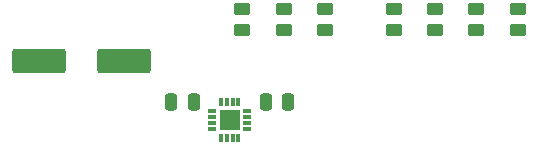
<source format=gtp>
%TF.GenerationSoftware,KiCad,Pcbnew,8.0.2*%
%TF.CreationDate,2024-07-24T20:27:57+03:00*%
%TF.ProjectId,DRV8234 DC Motor Driver Expander,44525638-3233-4342-9044-43204d6f746f,rev?*%
%TF.SameCoordinates,PX5f5e100PY5f5e100*%
%TF.FileFunction,Paste,Top*%
%TF.FilePolarity,Positive*%
%FSLAX46Y46*%
G04 Gerber Fmt 4.6, Leading zero omitted, Abs format (unit mm)*
G04 Created by KiCad (PCBNEW 8.0.2) date 2024-07-24 20:27:57*
%MOMM*%
%LPD*%
G01*
G04 APERTURE LIST*
G04 Aperture macros list*
%AMRoundRect*
0 Rectangle with rounded corners*
0 $1 Rounding radius*
0 $2 $3 $4 $5 $6 $7 $8 $9 X,Y pos of 4 corners*
0 Add a 4 corners polygon primitive as box body*
4,1,4,$2,$3,$4,$5,$6,$7,$8,$9,$2,$3,0*
0 Add four circle primitives for the rounded corners*
1,1,$1+$1,$2,$3*
1,1,$1+$1,$4,$5*
1,1,$1+$1,$6,$7*
1,1,$1+$1,$8,$9*
0 Add four rect primitives between the rounded corners*
20,1,$1+$1,$2,$3,$4,$5,0*
20,1,$1+$1,$4,$5,$6,$7,0*
20,1,$1+$1,$6,$7,$8,$9,0*
20,1,$1+$1,$8,$9,$2,$3,0*%
G04 Aperture macros list end*
%ADD10RoundRect,0.250000X-0.250000X-0.475000X0.250000X-0.475000X0.250000X0.475000X-0.250000X0.475000X0*%
%ADD11RoundRect,0.250000X0.250000X0.475000X-0.250000X0.475000X-0.250000X-0.475000X0.250000X-0.475000X0*%
%ADD12R,1.750000X1.750000*%
%ADD13R,0.800000X0.300000*%
%ADD14R,0.300000X0.800000*%
%ADD15RoundRect,0.250000X0.450000X-0.262500X0.450000X0.262500X-0.450000X0.262500X-0.450000X-0.262500X0*%
%ADD16RoundRect,0.250000X-0.450000X0.262500X-0.450000X-0.262500X0.450000X-0.262500X0.450000X0.262500X0*%
%ADD17RoundRect,0.250001X1.999999X0.799999X-1.999999X0.799999X-1.999999X-0.799999X1.999999X-0.799999X0*%
G04 APERTURE END LIST*
D10*
%TO.C,C3*%
X39450000Y13500000D03*
X37550000Y13500000D03*
%TD*%
D11*
%TO.C,C1*%
X31450000Y13500000D03*
X29550000Y13500000D03*
%TD*%
D12*
%TO.C,IC1*%
X34500000Y12000000D03*
D13*
X36000000Y12750000D03*
X36000000Y12250000D03*
X36000000Y11750000D03*
X36000000Y11250000D03*
D14*
X35250000Y10500000D03*
X34750000Y10500000D03*
X34250000Y10500000D03*
X33750000Y10500000D03*
D13*
X33000000Y11250000D03*
X33000000Y11750000D03*
X33000000Y12250000D03*
X33000000Y12750000D03*
D14*
X33750000Y13500000D03*
X34250000Y13500000D03*
X34750000Y13500000D03*
X35250000Y13500000D03*
%TD*%
D15*
%TO.C,R7*%
X58900000Y19587500D03*
X58900000Y21412500D03*
%TD*%
%TO.C,R6*%
X55400000Y21412500D03*
X55400000Y19587500D03*
%TD*%
%TO.C,R5*%
X51900000Y19587500D03*
X51900000Y21412500D03*
%TD*%
%TO.C,R4*%
X48400000Y19587500D03*
X48400000Y21412500D03*
%TD*%
%TO.C,R3*%
X39100000Y19587500D03*
X39100000Y21412500D03*
%TD*%
D16*
%TO.C,R2*%
X42600000Y21412500D03*
X42600000Y19587500D03*
%TD*%
D15*
%TO.C,R1*%
X35586000Y19587500D03*
X35586000Y21412500D03*
%TD*%
D17*
%TO.C,C2*%
X25600000Y17000000D03*
X18400000Y17000000D03*
%TD*%
M02*

</source>
